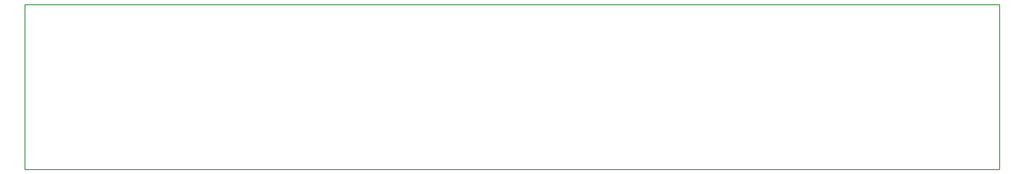
<source format=gko>
G04 Layer: BoardOutline*
G04 EasyEDA v6.1.34, Sun, 05 May 2019 19:16:01 GMT*
G04 77ecd07a251a4821b54f13b313e443d2,d2a06957bfed4711b46dd7a2d4eaa8b9,10*
G04 Gerber Generator version 0.2*
G04 Scale: 100 percent, Rotated: No, Reflected: No *
G04 Dimensions in millimeters *
G04 leading zeros omitted , absolute positions ,3 integer and 3 decimal *
%FSLAX33Y33*%
%MOMM*%
G90*
G71D02*

%ADD10C,0.254000*%
G54D10*
G01X0Y45720D02*
G01X269113Y45720D01*
G01X269113Y0D01*
G01X0Y0D01*
G01X0Y45720D01*

%LPD*%
M00*
M02*

</source>
